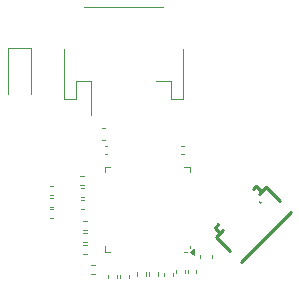
<source format=gbr>
%TF.GenerationSoftware,KiCad,Pcbnew,8.0.7-8.0.7-0~ubuntu22.04.1*%
%TF.CreationDate,2025-01-08T19:04:50+01:00*%
%TF.ProjectId,bldc_servo_mini_v1,626c6463-5f73-4657-9276-6f5f6d696e69,rev?*%
%TF.SameCoordinates,Original*%
%TF.FileFunction,Legend,Bot*%
%TF.FilePolarity,Positive*%
%FSLAX46Y46*%
G04 Gerber Fmt 4.6, Leading zero omitted, Abs format (unit mm)*
G04 Created by KiCad (PCBNEW 8.0.7-8.0.7-0~ubuntu22.04.1) date 2025-01-08 19:04:50*
%MOMM*%
%LPD*%
G01*
G04 APERTURE LIST*
%ADD10C,0.120000*%
%ADD11C,0.254000*%
%ADD12C,0.000000*%
G04 APERTURE END LIST*
D10*
%TO.C,D2*%
X90200000Y-92390000D02*
X88200000Y-92390000D01*
X88200000Y-96250000D02*
X88200000Y-92390000D01*
X90200000Y-96250000D02*
X90200000Y-92390000D01*
D11*
%TO.C,FPC_BOARD1*%
X109223259Y-104058436D02*
X108992035Y-104289660D01*
X109654594Y-104489771D02*
X109223259Y-104058436D01*
X105723080Y-107558614D02*
X106154416Y-107989949D01*
X105989660Y-107292035D02*
X105723080Y-107558614D01*
X107925011Y-110469066D02*
X112169066Y-106225011D01*
X106415338Y-107729027D02*
X106154416Y-107989949D01*
X105800862Y-108343503D02*
X106154416Y-107989949D01*
X107020268Y-109562909D02*
X105800862Y-108343503D01*
X110044210Y-104100155D02*
X109429027Y-104715338D01*
X111263616Y-105319561D02*
X110044210Y-104100155D01*
D12*
G36*
X109711870Y-105385675D02*
G01*
X109532265Y-105565280D01*
X109442462Y-105295873D01*
X109711870Y-105385675D01*
G37*
D10*
%TO.C,C1*%
X104490000Y-110146267D02*
X104490000Y-109853733D01*
X105510000Y-110146267D02*
X105510000Y-109853733D01*
%TO.C,C32*%
X103440000Y-111415835D02*
X103440000Y-111184165D01*
X104160000Y-111415835D02*
X104160000Y-111184165D01*
%TO.C,C30*%
X103160000Y-111415835D02*
X103160000Y-111184165D01*
X102440000Y-111415835D02*
X102440000Y-111184165D01*
%TO.C,C13*%
X103115835Y-101360000D02*
X102884165Y-101360000D01*
X103115835Y-100640000D02*
X102884165Y-100640000D01*
%TO.C,C3*%
X96615835Y-101360000D02*
X96384165Y-101360000D01*
X96615835Y-100640000D02*
X96384165Y-100640000D01*
%TO.C,C2*%
X101440000Y-111615835D02*
X101440000Y-111384165D01*
X102160000Y-111615835D02*
X102160000Y-111384165D01*
%TO.C,J3*%
X103060000Y-96710000D02*
X103060000Y-92460000D01*
X102040000Y-96710000D02*
X103060000Y-96710000D01*
X100760000Y-95110000D02*
X102040000Y-95110000D01*
X102040000Y-95110000D02*
X102040000Y-96710000D01*
X95240000Y-98000000D02*
X95240000Y-95110000D01*
X101340000Y-88890000D02*
X94660000Y-88890000D01*
X95240000Y-95110000D02*
X93960000Y-95110000D01*
X93960000Y-95110000D02*
X93960000Y-96710000D01*
X92940000Y-96710000D02*
X92940000Y-92460000D01*
X93960000Y-96710000D02*
X92940000Y-96710000D01*
%TO.C,U5*%
X103370000Y-109610000D02*
X103135000Y-109610000D01*
X96865000Y-109610000D02*
X96390000Y-109610000D01*
X103610000Y-109310000D02*
X103610000Y-109135000D01*
X96390000Y-109610000D02*
X96390000Y-109135000D01*
X103610000Y-102390000D02*
X103610000Y-102865000D01*
X96390000Y-102390000D02*
X96390000Y-102865000D01*
X103135000Y-102390000D02*
X103610000Y-102390000D01*
X96865000Y-102390000D02*
X96390000Y-102390000D01*
X103940000Y-109850000D02*
X103610000Y-109610000D01*
X103940000Y-109370000D01*
X103940000Y-109850000D01*
G36*
X103940000Y-109850000D02*
G01*
X103610000Y-109610000D01*
X103940000Y-109370000D01*
X103940000Y-109850000D01*
G37*
%TO.C,R27*%
X95232379Y-111480000D02*
X95567621Y-111480000D01*
X95232379Y-110720000D02*
X95567621Y-110720000D01*
%TO.C,R26*%
X96720000Y-111529879D02*
X96720000Y-111865121D01*
X97480000Y-111529879D02*
X97480000Y-111865121D01*
%TO.C,R25*%
X98480000Y-111865121D02*
X98480000Y-111529879D01*
X97720000Y-111865121D02*
X97720000Y-111529879D01*
%TO.C,R24*%
X91727379Y-104780000D02*
X92062621Y-104780000D01*
X91727379Y-104020000D02*
X92062621Y-104020000D01*
%TO.C,R23*%
X94537379Y-107020000D02*
X94872621Y-107020000D01*
X94537379Y-107780000D02*
X94872621Y-107780000D01*
%TO.C,R22*%
X92065121Y-105020000D02*
X91729879Y-105020000D01*
X92065121Y-105780000D02*
X91729879Y-105780000D01*
%TO.C,R21*%
X91727379Y-106780000D02*
X92062621Y-106780000D01*
X91727379Y-106020000D02*
X92062621Y-106020000D01*
%TO.C,R20*%
X94867621Y-108780000D02*
X94532379Y-108780000D01*
X94867621Y-108020000D02*
X94532379Y-108020000D01*
%TO.C,R19*%
X94534879Y-109020000D02*
X94870121Y-109020000D01*
X94534879Y-109780000D02*
X94870121Y-109780000D01*
%TO.C,FB1*%
X94635121Y-103980000D02*
X94299879Y-103980000D01*
X94635121Y-103220000D02*
X94299879Y-103220000D01*
%TO.C,C33*%
X94386665Y-104240000D02*
X94618335Y-104240000D01*
X94386665Y-104960000D02*
X94618335Y-104960000D01*
%TO.C,C5*%
X94384165Y-105960000D02*
X94615835Y-105960000D01*
X94384165Y-105240000D02*
X94615835Y-105240000D01*
%TO.C,C4*%
X96446267Y-99090000D02*
X96153733Y-99090000D01*
X96446267Y-100110000D02*
X96153733Y-100110000D01*
%TO.C,R4*%
X100880000Y-111667621D02*
X100880000Y-111332379D01*
X100120000Y-111667621D02*
X100120000Y-111332379D01*
%TO.C,R5*%
X99120000Y-111332379D02*
X99120000Y-111667621D01*
X99880000Y-111332379D02*
X99880000Y-111667621D01*
%TD*%
M02*

</source>
